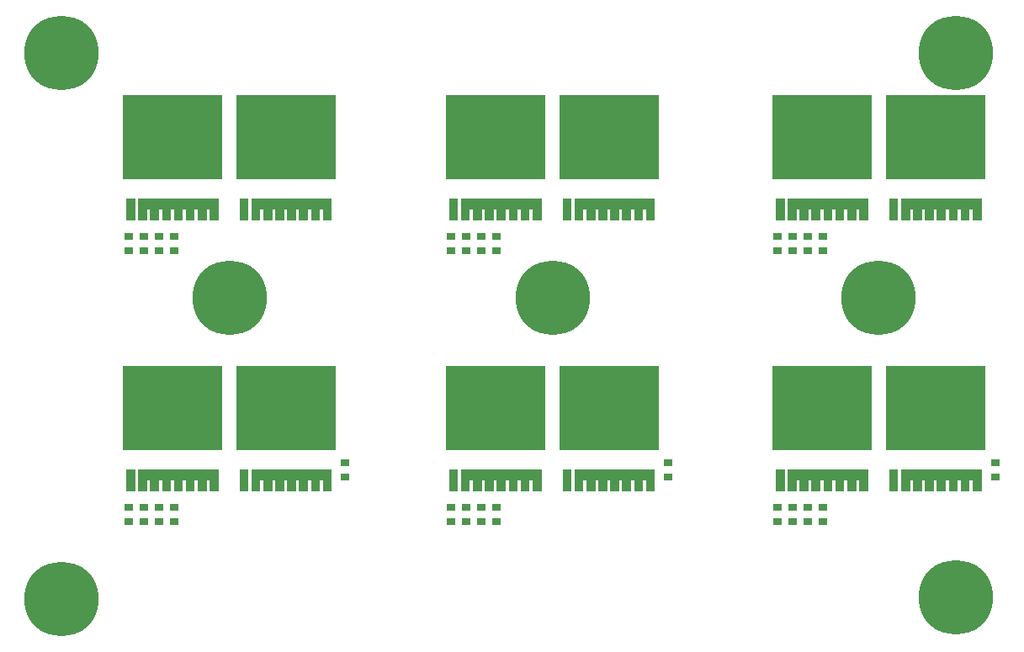
<source format=gbr>
%TF.GenerationSoftware,Altium Limited,Altium Designer,24.0.1 (36)*%
G04 Layer_Color=8421504*
%FSLAX45Y45*%
%MOMM*%
%TF.SameCoordinates,BDB9926C-BC38-41AE-A616-4D177B64427C*%
%TF.FilePolarity,Positive*%
%TF.FileFunction,Paste,Top*%
%TF.Part,Single*%
G01*
G75*
%TA.AperFunction,SMDPad,CuDef*%
%ADD15C,7.50000*%
%ADD16R,0.85000X0.75000*%
G36*
X5365011Y4727849D02*
X4365013D01*
Y5577848D01*
X5365011D01*
Y4727849D01*
D02*
G37*
G36*
X3255896D02*
X2255898D01*
Y5577848D01*
X3255896D01*
Y4727849D01*
D02*
G37*
G36*
X2116351D02*
X1116353D01*
Y5577848D01*
X2116351D01*
Y4727849D01*
D02*
G37*
G36*
X5327518Y4532752D02*
X5327531D01*
Y4426351D01*
X5327518D01*
Y4312851D01*
X5237516D01*
Y4426351D01*
X5207518D01*
Y4312851D01*
X5117516D01*
Y4426351D01*
X5087518D01*
Y4312851D01*
X4997516D01*
Y4426351D01*
X4967519D01*
Y4312851D01*
X4877516D01*
Y4426351D01*
X4847519D01*
Y4312851D01*
X4757517D01*
Y4426351D01*
X4727519D01*
Y4312851D01*
X4637517D01*
Y4426351D01*
X4607519D01*
Y4312851D01*
X4517517D01*
Y4532851D01*
X4607519D01*
Y4532752D01*
X4637517D01*
Y4532851D01*
X4727519D01*
Y4532752D01*
X4757517D01*
Y4532851D01*
X4847519D01*
Y4532752D01*
X4877516D01*
Y4532851D01*
X4967519D01*
Y4532752D01*
X4997516D01*
Y4532851D01*
X5087518D01*
Y4532752D01*
X5117516D01*
Y4532851D01*
X5207518D01*
Y4532752D01*
X5237516D01*
Y4532851D01*
X5327518D01*
Y4532752D01*
D02*
G37*
G36*
X3218404D02*
X3218416D01*
Y4426351D01*
X3218404D01*
Y4312851D01*
X3128401D01*
Y4426351D01*
X3098404D01*
Y4312851D01*
X3008401D01*
Y4426351D01*
X2978404D01*
Y4312851D01*
X2888402D01*
Y4426351D01*
X2858404D01*
Y4312851D01*
X2768402D01*
Y4426351D01*
X2738404D01*
Y4312851D01*
X2648402D01*
Y4426351D01*
X2618405D01*
Y4312851D01*
X2528402D01*
Y4426351D01*
X2498405D01*
Y4312851D01*
X2408403D01*
Y4532851D01*
X2498405D01*
Y4532752D01*
X2528402D01*
Y4532851D01*
X2618405D01*
Y4532752D01*
X2648402D01*
Y4532851D01*
X2738404D01*
Y4532752D01*
X2768402D01*
Y4532851D01*
X2858404D01*
Y4532752D01*
X2888402D01*
Y4532851D01*
X2978404D01*
Y4532752D01*
X3008401D01*
Y4532851D01*
X3098404D01*
Y4532752D01*
X3128401D01*
Y4532851D01*
X3218404D01*
Y4532752D01*
D02*
G37*
G36*
X2078858D02*
X2078871D01*
Y4426351D01*
X2078858D01*
Y4312851D01*
X1988856D01*
Y4426351D01*
X1958858D01*
Y4312851D01*
X1868856D01*
Y4426351D01*
X1838858D01*
Y4312851D01*
X1748856D01*
Y4426351D01*
X1718859D01*
Y4312851D01*
X1628856D01*
Y4426351D01*
X1598859D01*
Y4312851D01*
X1508857D01*
Y4426351D01*
X1478859D01*
Y4312851D01*
X1388857D01*
Y4426351D01*
X1358859D01*
Y4312851D01*
X1268857D01*
Y4532851D01*
X1358859D01*
Y4532752D01*
X1388857D01*
Y4532851D01*
X1478859D01*
Y4532752D01*
X1508857D01*
Y4532851D01*
X1598859D01*
Y4532752D01*
X1628856D01*
Y4532851D01*
X1718859D01*
Y4532752D01*
X1748856D01*
Y4532851D01*
X1838858D01*
Y4532752D01*
X1868856D01*
Y4532851D01*
X1958858D01*
Y4532752D01*
X1988856D01*
Y4532851D01*
X2078858D01*
Y4532752D01*
D02*
G37*
G36*
X4487522Y4312834D02*
X4397520D01*
Y4532833D01*
X4487522D01*
Y4312834D01*
D02*
G37*
G36*
X2378408D02*
X2288405D01*
Y4532833D01*
X2378408D01*
Y4312834D01*
D02*
G37*
G36*
X1238862D02*
X1148860D01*
Y4532833D01*
X1238862D01*
Y4312834D01*
D02*
G37*
G36*
X5365011Y2000710D02*
X4365013D01*
Y2850708D01*
X5365011D01*
Y2000710D01*
D02*
G37*
G36*
X3255896D02*
X2255898D01*
Y2850708D01*
X3255896D01*
Y2000710D01*
D02*
G37*
G36*
X2116351D02*
X1116353D01*
Y2850708D01*
X2116351D01*
Y2000710D01*
D02*
G37*
G36*
X5327518Y1805612D02*
X5327531D01*
Y1699212D01*
X5327518D01*
Y1585712D01*
X5237516D01*
Y1699212D01*
X5207518D01*
Y1585712D01*
X5117516D01*
Y1699212D01*
X5087518D01*
Y1585712D01*
X4997516D01*
Y1699212D01*
X4967519D01*
Y1585712D01*
X4877516D01*
Y1699212D01*
X4847519D01*
Y1585712D01*
X4757517D01*
Y1699212D01*
X4727519D01*
Y1585712D01*
X4637517D01*
Y1699212D01*
X4607519D01*
Y1585712D01*
X4517517D01*
Y1805711D01*
X4607519D01*
Y1805612D01*
X4637517D01*
Y1805711D01*
X4727519D01*
Y1805612D01*
X4757517D01*
Y1805711D01*
X4847519D01*
Y1805612D01*
X4877516D01*
Y1805711D01*
X4967519D01*
Y1805612D01*
X4997516D01*
Y1805711D01*
X5087518D01*
Y1805612D01*
X5117516D01*
Y1805711D01*
X5207518D01*
Y1805612D01*
X5237516D01*
Y1805711D01*
X5327518D01*
Y1805612D01*
D02*
G37*
G36*
X3218404D02*
X3218416D01*
Y1699212D01*
X3218404D01*
Y1585712D01*
X3128401D01*
Y1699212D01*
X3098404D01*
Y1585712D01*
X3008401D01*
Y1699212D01*
X2978404D01*
Y1585712D01*
X2888402D01*
Y1699212D01*
X2858404D01*
Y1585712D01*
X2768402D01*
Y1699212D01*
X2738404D01*
Y1585712D01*
X2648402D01*
Y1699212D01*
X2618405D01*
Y1585712D01*
X2528402D01*
Y1699212D01*
X2498405D01*
Y1585712D01*
X2408403D01*
Y1805711D01*
X2498405D01*
Y1805612D01*
X2528402D01*
Y1805711D01*
X2618405D01*
Y1805612D01*
X2648402D01*
Y1805711D01*
X2738404D01*
Y1805612D01*
X2768402D01*
Y1805711D01*
X2858404D01*
Y1805612D01*
X2888402D01*
Y1805711D01*
X2978404D01*
Y1805612D01*
X3008401D01*
Y1805711D01*
X3098404D01*
Y1805612D01*
X3128401D01*
Y1805711D01*
X3218404D01*
Y1805612D01*
D02*
G37*
G36*
X2078858D02*
X2078871D01*
Y1699212D01*
X2078858D01*
Y1585712D01*
X1988856D01*
Y1699212D01*
X1958858D01*
Y1585712D01*
X1868856D01*
Y1699212D01*
X1838858D01*
Y1585712D01*
X1748856D01*
Y1699212D01*
X1718859D01*
Y1585712D01*
X1628856D01*
Y1699212D01*
X1598859D01*
Y1585712D01*
X1508857D01*
Y1699212D01*
X1478859D01*
Y1585712D01*
X1388857D01*
Y1699212D01*
X1358859D01*
Y1585712D01*
X1268857D01*
Y1805711D01*
X1358859D01*
Y1805612D01*
X1388857D01*
Y1805711D01*
X1478859D01*
Y1805612D01*
X1508857D01*
Y1805711D01*
X1598859D01*
Y1805612D01*
X1628856D01*
Y1805711D01*
X1718859D01*
Y1805612D01*
X1748856D01*
Y1805711D01*
X1838858D01*
Y1805612D01*
X1868856D01*
Y1805711D01*
X1958858D01*
Y1805612D01*
X1988856D01*
Y1805711D01*
X2078858D01*
Y1805612D01*
D02*
G37*
G36*
X4487522Y1585694D02*
X4397520D01*
Y1805694D01*
X4487522D01*
Y1585694D01*
D02*
G37*
G36*
X2378408D02*
X2288405D01*
Y1805694D01*
X2378408D01*
Y1585694D01*
D02*
G37*
G36*
X1238862D02*
X1148860D01*
Y1805694D01*
X1238862D01*
Y1585694D01*
D02*
G37*
G36*
X9793856Y4727849D02*
X8793858D01*
Y5577848D01*
X9793856D01*
Y4727849D01*
D02*
G37*
G36*
X8651771D02*
X7651773D01*
Y5577848D01*
X8651771D01*
Y4727849D01*
D02*
G37*
G36*
X6507096D02*
X5507098D01*
Y5577848D01*
X6507096D01*
Y4727849D01*
D02*
G37*
G36*
X9756364Y4532752D02*
X9756376D01*
Y4426351D01*
X9756364D01*
Y4312851D01*
X9666361D01*
Y4426351D01*
X9636364D01*
Y4312851D01*
X9546361D01*
Y4426351D01*
X9516364D01*
Y4312851D01*
X9426362D01*
Y4426351D01*
X9396364D01*
Y4312851D01*
X9306362D01*
Y4426351D01*
X9276364D01*
Y4312851D01*
X9186362D01*
Y4426351D01*
X9156365D01*
Y4312851D01*
X9066362D01*
Y4426351D01*
X9036365D01*
Y4312851D01*
X8946363D01*
Y4532851D01*
X9036365D01*
Y4532752D01*
X9066362D01*
Y4532851D01*
X9156365D01*
Y4532752D01*
X9186362D01*
Y4532851D01*
X9276364D01*
Y4532752D01*
X9306362D01*
Y4532851D01*
X9396364D01*
Y4532752D01*
X9426362D01*
Y4532851D01*
X9516364D01*
Y4532752D01*
X9546361D01*
Y4532851D01*
X9636364D01*
Y4532752D01*
X9666361D01*
Y4532851D01*
X9756364D01*
Y4532752D01*
D02*
G37*
G36*
X8614278D02*
X8614291D01*
Y4426351D01*
X8614278D01*
Y4312851D01*
X8524276D01*
Y4426351D01*
X8494278D01*
Y4312851D01*
X8404276D01*
Y4426351D01*
X8374278D01*
Y4312851D01*
X8284276D01*
Y4426351D01*
X8254279D01*
Y4312851D01*
X8164276D01*
Y4426351D01*
X8134279D01*
Y4312851D01*
X8044277D01*
Y4426351D01*
X8014279D01*
Y4312851D01*
X7924277D01*
Y4426351D01*
X7894279D01*
Y4312851D01*
X7804277D01*
Y4532851D01*
X7894279D01*
Y4532752D01*
X7924277D01*
Y4532851D01*
X8014279D01*
Y4532752D01*
X8044277D01*
Y4532851D01*
X8134279D01*
Y4532752D01*
X8164276D01*
Y4532851D01*
X8254279D01*
Y4532752D01*
X8284276D01*
Y4532851D01*
X8374278D01*
Y4532752D01*
X8404276D01*
Y4532851D01*
X8494278D01*
Y4532752D01*
X8524276D01*
Y4532851D01*
X8614278D01*
Y4532752D01*
D02*
G37*
G36*
X6469604D02*
X6469616D01*
Y4426351D01*
X6469604D01*
Y4312851D01*
X6379601D01*
Y4426351D01*
X6349604D01*
Y4312851D01*
X6259601D01*
Y4426351D01*
X6229604D01*
Y4312851D01*
X6139602D01*
Y4426351D01*
X6109604D01*
Y4312851D01*
X6019602D01*
Y4426351D01*
X5989604D01*
Y4312851D01*
X5899602D01*
Y4426351D01*
X5869605D01*
Y4312851D01*
X5779602D01*
Y4426351D01*
X5749605D01*
Y4312851D01*
X5659603D01*
Y4532851D01*
X5749605D01*
Y4532752D01*
X5779602D01*
Y4532851D01*
X5869605D01*
Y4532752D01*
X5899602D01*
Y4532851D01*
X5989604D01*
Y4532752D01*
X6019602D01*
Y4532851D01*
X6109604D01*
Y4532752D01*
X6139602D01*
Y4532851D01*
X6229604D01*
Y4532752D01*
X6259601D01*
Y4532851D01*
X6349604D01*
Y4532752D01*
X6379601D01*
Y4532851D01*
X6469604D01*
Y4532752D01*
D02*
G37*
G36*
X8916368Y4312834D02*
X8826365D01*
Y4532833D01*
X8916368D01*
Y4312834D01*
D02*
G37*
G36*
X7774282D02*
X7684280D01*
Y4532833D01*
X7774282D01*
Y4312834D01*
D02*
G37*
G36*
X5629608D02*
X5539605D01*
Y4532833D01*
X5629608D01*
Y4312834D01*
D02*
G37*
G36*
X9793856Y2000710D02*
X8793858D01*
Y2850708D01*
X9793856D01*
Y2000710D01*
D02*
G37*
G36*
X8651771D02*
X7651773D01*
Y2850708D01*
X8651771D01*
Y2000710D01*
D02*
G37*
G36*
X6507096D02*
X5507098D01*
Y2850708D01*
X6507096D01*
Y2000710D01*
D02*
G37*
G36*
X9756364Y1805612D02*
X9756376D01*
Y1699212D01*
X9756364D01*
Y1585712D01*
X9666361D01*
Y1699212D01*
X9636364D01*
Y1585712D01*
X9546361D01*
Y1699212D01*
X9516364D01*
Y1585712D01*
X9426362D01*
Y1699212D01*
X9396364D01*
Y1585712D01*
X9306362D01*
Y1699212D01*
X9276364D01*
Y1585712D01*
X9186362D01*
Y1699212D01*
X9156365D01*
Y1585712D01*
X9066362D01*
Y1699212D01*
X9036365D01*
Y1585712D01*
X8946363D01*
Y1805711D01*
X9036365D01*
Y1805612D01*
X9066362D01*
Y1805711D01*
X9156365D01*
Y1805612D01*
X9186362D01*
Y1805711D01*
X9276364D01*
Y1805612D01*
X9306362D01*
Y1805711D01*
X9396364D01*
Y1805612D01*
X9426362D01*
Y1805711D01*
X9516364D01*
Y1805612D01*
X9546361D01*
Y1805711D01*
X9636364D01*
Y1805612D01*
X9666361D01*
Y1805711D01*
X9756364D01*
Y1805612D01*
D02*
G37*
G36*
X8614278D02*
X8614291D01*
Y1699212D01*
X8614278D01*
Y1585712D01*
X8524276D01*
Y1699212D01*
X8494278D01*
Y1585712D01*
X8404276D01*
Y1699212D01*
X8374278D01*
Y1585712D01*
X8284276D01*
Y1699212D01*
X8254279D01*
Y1585712D01*
X8164276D01*
Y1699212D01*
X8134279D01*
Y1585712D01*
X8044277D01*
Y1699212D01*
X8014279D01*
Y1585712D01*
X7924277D01*
Y1699212D01*
X7894279D01*
Y1585712D01*
X7804277D01*
Y1805711D01*
X7894279D01*
Y1805612D01*
X7924277D01*
Y1805711D01*
X8014279D01*
Y1805612D01*
X8044277D01*
Y1805711D01*
X8134279D01*
Y1805612D01*
X8164276D01*
Y1805711D01*
X8254279D01*
Y1805612D01*
X8284276D01*
Y1805711D01*
X8374278D01*
Y1805612D01*
X8404276D01*
Y1805711D01*
X8494278D01*
Y1805612D01*
X8524276D01*
Y1805711D01*
X8614278D01*
Y1805612D01*
D02*
G37*
G36*
X6469604D02*
X6469616D01*
Y1699212D01*
X6469604D01*
Y1585712D01*
X6379601D01*
Y1699212D01*
X6349604D01*
Y1585712D01*
X6259601D01*
Y1699212D01*
X6229604D01*
Y1585712D01*
X6139602D01*
Y1699212D01*
X6109604D01*
Y1585712D01*
X6019602D01*
Y1699212D01*
X5989604D01*
Y1585712D01*
X5899602D01*
Y1699212D01*
X5869605D01*
Y1585712D01*
X5779602D01*
Y1699212D01*
X5749605D01*
Y1585712D01*
X5659603D01*
Y1805711D01*
X5749605D01*
Y1805612D01*
X5779602D01*
Y1805711D01*
X5869605D01*
Y1805612D01*
X5899602D01*
Y1805711D01*
X5989604D01*
Y1805612D01*
X6019602D01*
Y1805711D01*
X6109604D01*
Y1805612D01*
X6139602D01*
Y1805711D01*
X6229604D01*
Y1805612D01*
X6259601D01*
Y1805711D01*
X6349604D01*
Y1805612D01*
X6379601D01*
Y1805711D01*
X6469604D01*
Y1805612D01*
D02*
G37*
G36*
X8916368Y1585694D02*
X8826365D01*
Y1805694D01*
X8916368D01*
Y1585694D01*
D02*
G37*
G36*
X7774282D02*
X7684280D01*
Y1805694D01*
X7774282D01*
Y1585694D01*
D02*
G37*
G36*
X5629608D02*
X5539605D01*
Y1805694D01*
X5629608D01*
Y1585694D01*
D02*
G37*
D15*
X5438140Y3533140D02*
D03*
X2186940D02*
D03*
X8719820D02*
D03*
X9499600Y520700D02*
D03*
X9499384Y6000012D02*
D03*
X499366Y500001D02*
D03*
Y6000012D02*
D03*
D16*
X1475740Y4005361D02*
D03*
Y4150361D02*
D03*
X1170940Y1424940D02*
D03*
Y1279940D02*
D03*
X1323340Y1424940D02*
D03*
Y1279940D02*
D03*
X1475740D02*
D03*
Y1424940D02*
D03*
X1628140Y1279940D02*
D03*
Y1424940D02*
D03*
X4417060Y1279940D02*
D03*
Y1424940D02*
D03*
X4569460D02*
D03*
Y1279940D02*
D03*
X4721860D02*
D03*
Y1424940D02*
D03*
X4874260D02*
D03*
Y1279940D02*
D03*
X1170940Y4005361D02*
D03*
Y4150361D02*
D03*
X1323340Y4005361D02*
D03*
Y4150361D02*
D03*
X1628140Y4150361D02*
D03*
Y4005361D02*
D03*
X4417060Y4005361D02*
D03*
Y4150361D02*
D03*
X4569460D02*
D03*
Y4005361D02*
D03*
X4721860D02*
D03*
Y4150361D02*
D03*
X4874260D02*
D03*
Y4005361D02*
D03*
X7706360Y4150361D02*
D03*
Y4005361D02*
D03*
X7858760D02*
D03*
Y4150361D02*
D03*
X8011160Y4005361D02*
D03*
Y4150361D02*
D03*
X7858760Y1279940D02*
D03*
Y1424940D02*
D03*
X6604000Y1873360D02*
D03*
Y1728360D02*
D03*
X7706360Y1424940D02*
D03*
Y1279940D02*
D03*
X8163560Y4005361D02*
D03*
Y4150361D02*
D03*
X8011160Y1424940D02*
D03*
Y1279940D02*
D03*
X8163560D02*
D03*
Y1424940D02*
D03*
X9893300Y1728360D02*
D03*
Y1873360D02*
D03*
X3352800Y1728360D02*
D03*
Y1873360D02*
D03*
%TF.MD5,68ec2421d92a1441ed07512e9a3ae32e*%
M02*

</source>
